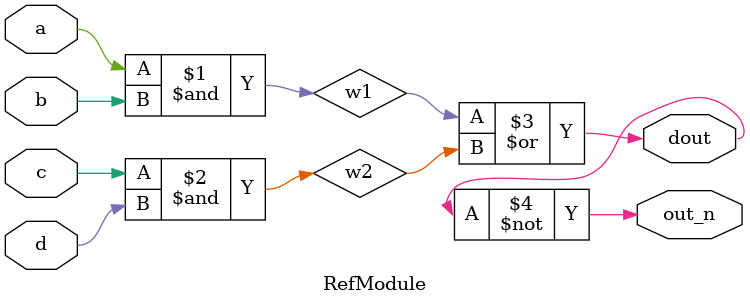
<source format=sv>

module RefModule (
  input a,
  input b,
  input c,
  input d,
  output dout,
  output out_n
);

  wire w1, w2;
  assign w1 = a&b;
  assign w2 = c&d;
  assign dout = w1|w2;
  assign out_n = ~dout;

endmodule


</source>
